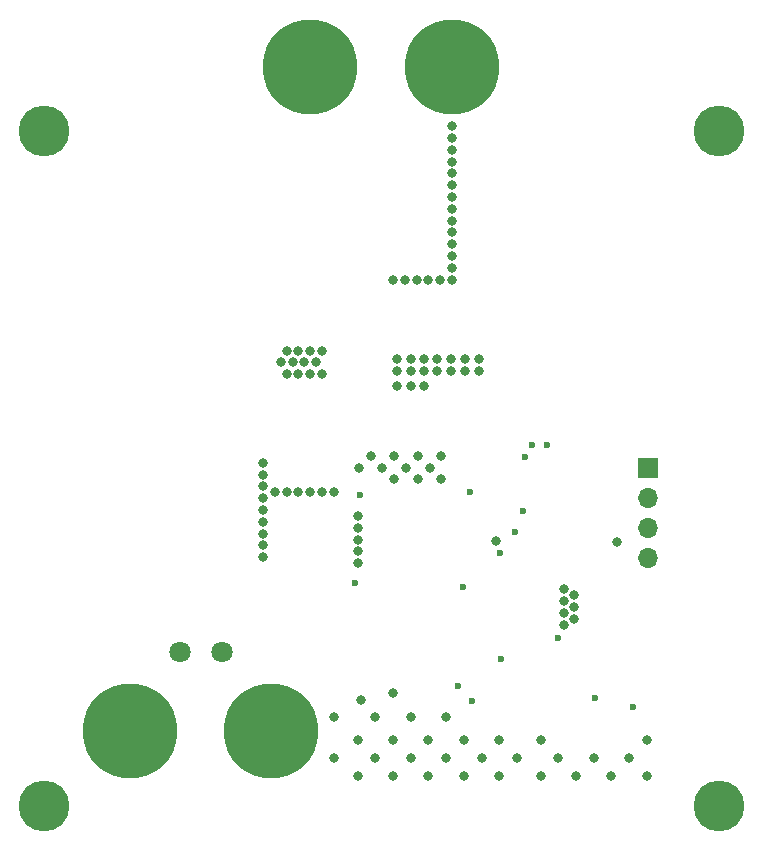
<source format=gbr>
%TF.GenerationSoftware,KiCad,Pcbnew,(5.1.7)-1*%
%TF.CreationDate,2021-06-07T18:47:12+03:00*%
%TF.ProjectId,SynchronousBuck,53796e63-6872-46f6-9e6f-75734275636b,rev?*%
%TF.SameCoordinates,Original*%
%TF.FileFunction,Soldermask,Bot*%
%TF.FilePolarity,Negative*%
%FSLAX46Y46*%
G04 Gerber Fmt 4.6, Leading zero omitted, Abs format (unit mm)*
G04 Created by KiCad (PCBNEW (5.1.7)-1) date 2021-06-07 18:47:12*
%MOMM*%
%LPD*%
G01*
G04 APERTURE LIST*
%ADD10C,1.800000*%
%ADD11C,8.000000*%
%ADD12C,4.300000*%
%ADD13O,1.700000X1.700000*%
%ADD14R,1.700000X1.700000*%
%ADD15C,0.800000*%
%ADD16C,0.600000*%
G04 APERTURE END LIST*
D10*
%TO.C,J104*%
X83000000Y-115500000D03*
X86500000Y-115500000D03*
%TD*%
D11*
%TO.C,J103*%
X94000000Y-66000000D03*
X106000000Y-66000000D03*
%TD*%
%TO.C,J101*%
X90700000Y-122200000D03*
X78700000Y-122200000D03*
%TD*%
D12*
%TO.C,H104*%
X128584270Y-71415730D03*
%TD*%
%TO.C,H103*%
X71415730Y-71415730D03*
%TD*%
%TO.C,H102*%
X71415730Y-128584270D03*
%TD*%
%TO.C,H101*%
X128584270Y-128584270D03*
%TD*%
D13*
%TO.C,J102*%
X122600000Y-107520000D03*
X122600000Y-104980000D03*
X122600000Y-102440000D03*
D14*
X122600000Y-99900000D03*
%TD*%
D15*
X105900000Y-90700000D03*
X107100000Y-90700000D03*
X103600000Y-90700000D03*
X104700000Y-90700000D03*
X108300000Y-90700000D03*
X101300000Y-90700000D03*
X102500000Y-90700000D03*
X115500000Y-113200000D03*
X109700000Y-106100000D03*
X115500000Y-112200000D03*
X115500000Y-111200000D03*
X115500000Y-110200000D03*
X116300000Y-112700000D03*
X116300000Y-111700000D03*
X116300000Y-110700000D03*
D16*
X107500000Y-102000000D03*
X112200000Y-99000000D03*
D15*
X107100000Y-91700000D03*
X105900000Y-91700000D03*
X104700000Y-91700000D03*
X103600000Y-91700000D03*
X102500000Y-91700000D03*
X103600000Y-93000000D03*
X102500000Y-93000000D03*
X101300000Y-93000000D03*
X101300000Y-91700000D03*
X108300000Y-91700000D03*
D16*
X121300000Y-120200000D03*
X118100000Y-119400000D03*
X112000000Y-103600000D03*
X106525000Y-118375000D03*
X107700000Y-119700000D03*
D15*
X105500000Y-121000000D03*
X101000000Y-119000000D03*
X98300000Y-119600000D03*
X96000000Y-121000000D03*
X99500000Y-121000000D03*
X102500000Y-121000000D03*
X122500000Y-126000000D03*
X122500000Y-123000000D03*
X121000000Y-124500000D03*
X119500000Y-126000000D03*
X116500000Y-126000000D03*
X113500000Y-126000000D03*
X113500000Y-123000000D03*
X115000000Y-124500000D03*
X111500000Y-124500000D03*
X110000000Y-126000000D03*
X110000000Y-123000000D03*
X107000000Y-126000000D03*
X107000000Y-123000000D03*
X104000000Y-126000000D03*
X104000000Y-123000000D03*
X108500000Y-124500000D03*
X105500000Y-124500000D03*
X101000000Y-126000000D03*
X101000000Y-123000000D03*
X102500000Y-124500000D03*
X98000000Y-126000000D03*
X99500000Y-124500000D03*
X98000000Y-123000000D03*
X96000000Y-124500000D03*
X118000000Y-124500000D03*
D16*
X110135000Y-116100000D03*
D15*
X105100000Y-98900000D03*
X104100000Y-99900000D03*
X105100000Y-100900000D03*
X103100000Y-100900000D03*
X101100000Y-100900000D03*
X100100000Y-99900000D03*
X102100000Y-99900000D03*
X103100000Y-98900000D03*
X101100000Y-98900000D03*
X99100000Y-98900000D03*
X98100000Y-99900000D03*
D16*
X114000000Y-98000000D03*
X112800000Y-98000000D03*
D15*
X90000000Y-99500000D03*
X90000000Y-100500000D03*
X90000000Y-101500000D03*
X90000000Y-102500000D03*
X90000000Y-103500000D03*
X90000000Y-104500000D03*
X90000000Y-105500000D03*
X90000000Y-106500000D03*
X90000000Y-107500000D03*
X98000000Y-108000000D03*
X98000000Y-107000000D03*
X98000000Y-106000000D03*
X98000000Y-105000000D03*
X98000000Y-104000000D03*
X91000000Y-102000000D03*
X92000000Y-102000000D03*
X93000000Y-102000000D03*
X94000000Y-102000000D03*
X95000000Y-102000000D03*
X96000000Y-102000000D03*
D16*
X97800000Y-109700000D03*
X106900000Y-110000000D03*
X98200000Y-102200000D03*
X111300000Y-105400000D03*
D15*
X105000000Y-84000000D03*
X103000000Y-84000000D03*
X102000000Y-84000000D03*
X104000000Y-84000000D03*
X101000000Y-84000000D03*
X106000000Y-71000000D03*
X106000000Y-72000000D03*
X106000000Y-73000000D03*
X106000000Y-74000000D03*
X106000000Y-75000000D03*
X106000000Y-76000000D03*
X106000000Y-77000000D03*
X106000000Y-78000000D03*
X106000000Y-79000000D03*
X106000000Y-81000000D03*
X106000000Y-80000000D03*
X106000000Y-82000000D03*
X106000000Y-83000000D03*
X106000000Y-84000000D03*
D16*
X110100000Y-107100000D03*
X115000000Y-114300000D03*
D15*
X95000000Y-92000000D03*
X94000000Y-92000000D03*
X93000000Y-92000000D03*
X92000000Y-92000000D03*
X91500000Y-91000000D03*
X92500000Y-91000000D03*
X93500000Y-91000000D03*
X94500000Y-91000000D03*
X95000000Y-90000000D03*
X94000000Y-90000000D03*
X93000000Y-90000000D03*
X92000000Y-90000000D03*
X120000000Y-106200000D03*
M02*

</source>
